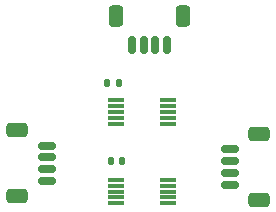
<source format=gbr>
%TF.GenerationSoftware,KiCad,Pcbnew,(6.0.4-0)*%
%TF.CreationDate,2023-02-21T13:55:29-07:00*%
%TF.ProjectId,polarity_inverter,706f6c61-7269-4747-995f-696e76657274,rev?*%
%TF.SameCoordinates,Original*%
%TF.FileFunction,Paste,Top*%
%TF.FilePolarity,Positive*%
%FSLAX46Y46*%
G04 Gerber Fmt 4.6, Leading zero omitted, Abs format (unit mm)*
G04 Created by KiCad (PCBNEW (6.0.4-0)) date 2023-02-21 13:55:29*
%MOMM*%
%LPD*%
G01*
G04 APERTURE LIST*
G04 Aperture macros list*
%AMRoundRect*
0 Rectangle with rounded corners*
0 $1 Rounding radius*
0 $2 $3 $4 $5 $6 $7 $8 $9 X,Y pos of 4 corners*
0 Add a 4 corners polygon primitive as box body*
4,1,4,$2,$3,$4,$5,$6,$7,$8,$9,$2,$3,0*
0 Add four circle primitives for the rounded corners*
1,1,$1+$1,$2,$3*
1,1,$1+$1,$4,$5*
1,1,$1+$1,$6,$7*
1,1,$1+$1,$8,$9*
0 Add four rect primitives between the rounded corners*
20,1,$1+$1,$2,$3,$4,$5,0*
20,1,$1+$1,$4,$5,$6,$7,0*
20,1,$1+$1,$6,$7,$8,$9,0*
20,1,$1+$1,$8,$9,$2,$3,0*%
G04 Aperture macros list end*
%ADD10RoundRect,0.150000X-0.150000X-0.625000X0.150000X-0.625000X0.150000X0.625000X-0.150000X0.625000X0*%
%ADD11RoundRect,0.250000X-0.350000X-0.650000X0.350000X-0.650000X0.350000X0.650000X-0.350000X0.650000X0*%
%ADD12RoundRect,0.150000X0.625000X-0.150000X0.625000X0.150000X-0.625000X0.150000X-0.625000X-0.150000X0*%
%ADD13RoundRect,0.250000X0.650000X-0.350000X0.650000X0.350000X-0.650000X0.350000X-0.650000X-0.350000X0*%
%ADD14RoundRect,0.150000X-0.625000X0.150000X-0.625000X-0.150000X0.625000X-0.150000X0.625000X0.150000X0*%
%ADD15RoundRect,0.250000X-0.650000X0.350000X-0.650000X-0.350000X0.650000X-0.350000X0.650000X0.350000X0*%
%ADD16R,1.400000X0.300000*%
%ADD17RoundRect,0.140000X-0.140000X-0.170000X0.140000X-0.170000X0.140000X0.170000X-0.140000X0.170000X0*%
G04 APERTURE END LIST*
D10*
%TO.C,J1*%
X134900000Y-114325000D03*
X135900000Y-114325000D03*
X136900000Y-114325000D03*
X137900000Y-114325000D03*
D11*
X133600000Y-111800000D03*
X139200000Y-111800000D03*
%TD*%
D12*
%TO.C,J2*%
X127725000Y-125800000D03*
X127725000Y-124800000D03*
X127725000Y-123800000D03*
X127725000Y-122800000D03*
D13*
X125200000Y-121500000D03*
X125200000Y-127100000D03*
%TD*%
D14*
%TO.C,J3*%
X143175000Y-123100000D03*
X143175000Y-124100000D03*
X143175000Y-125100000D03*
X143175000Y-126100000D03*
D15*
X145700000Y-127400000D03*
X145700000Y-121800000D03*
%TD*%
D16*
%TO.C,U1*%
X133540000Y-118940000D03*
X133540000Y-119440000D03*
X133540000Y-119940000D03*
X133540000Y-120440000D03*
X133540000Y-120940000D03*
X137940000Y-120940000D03*
X137940000Y-120440000D03*
X137940000Y-119940000D03*
X137940000Y-119440000D03*
X137940000Y-118940000D03*
%TD*%
D17*
%TO.C,C2*%
X133100000Y-124100000D03*
X134060000Y-124100000D03*
%TD*%
D16*
%TO.C,U2*%
X133600000Y-125700000D03*
X133600000Y-126200000D03*
X133600000Y-126700000D03*
X133600000Y-127200000D03*
X133600000Y-127700000D03*
X138000000Y-127700000D03*
X138000000Y-127200000D03*
X138000000Y-126700000D03*
X138000000Y-126200000D03*
X138000000Y-125700000D03*
%TD*%
D17*
%TO.C,C1*%
X132820000Y-117500000D03*
X133780000Y-117500000D03*
%TD*%
M02*

</source>
